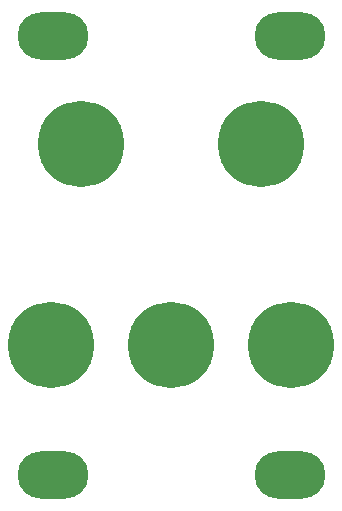
<source format=gbr>
G04 #@! TF.GenerationSoftware,KiCad,Pcbnew,8.0.5*
G04 #@! TF.CreationDate,2024-11-20T22:49:29-05:00*
G04 #@! TF.ProjectId,1U Rim Panel,31552052-696d-4205-9061-6e656c2e6b69,rev?*
G04 #@! TF.SameCoordinates,Original*
G04 #@! TF.FileFunction,Copper,L2,Bot*
G04 #@! TF.FilePolarity,Positive*
%FSLAX46Y46*%
G04 Gerber Fmt 4.6, Leading zero omitted, Abs format (unit mm)*
G04 Created by KiCad (PCBNEW 8.0.5) date 2024-11-20 22:49:29*
%MOMM*%
%LPD*%
G01*
G04 APERTURE LIST*
G04 Aperture macros list*
%AMRoundRect*
0 Rectangle with rounded corners*
0 $1 Rounding radius*
0 $2 $3 $4 $5 $6 $7 $8 $9 X,Y pos of 4 corners*
0 Add a 4 corners polygon primitive as box body*
4,1,4,$2,$3,$4,$5,$6,$7,$8,$9,$2,$3,0*
0 Add four circle primitives for the rounded corners*
1,1,$1+$1,$2,$3*
1,1,$1+$1,$4,$5*
1,1,$1+$1,$6,$7*
1,1,$1+$1,$8,$9*
0 Add four rect primitives between the rounded corners*
20,1,$1+$1,$2,$3,$4,$5,0*
20,1,$1+$1,$4,$5,$6,$7,0*
20,1,$1+$1,$6,$7,$8,$9,0*
20,1,$1+$1,$8,$9,$2,$3,0*%
G04 Aperture macros list end*
G04 #@! TA.AperFunction,WasherPad*
%ADD10C,7.300000*%
G04 #@! TD*
G04 #@! TA.AperFunction,WasherPad*
%ADD11RoundRect,2.000000X-1.000000X-0.000010X1.000000X-0.000010X1.000000X0.000010X-1.000000X0.000010X0*%
G04 #@! TD*
G04 APERTURE END LIST*
D10*
X52091600Y-51786200D03*
X41931600Y-51786200D03*
X31771600Y-51786200D03*
X34311600Y-34768200D03*
X49551600Y-34768200D03*
D11*
X31917000Y-62781600D03*
X51997000Y-62781600D03*
X51953000Y-25601600D03*
X31917000Y-25601600D03*
M02*

</source>
